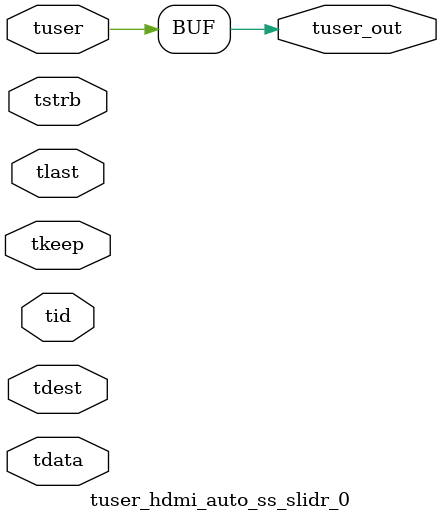
<source format=v>


`timescale 1ps/1ps

module tuser_hdmi_auto_ss_slidr_0 #
(
parameter C_S_AXIS_TUSER_WIDTH = 1,
parameter C_S_AXIS_TDATA_WIDTH = 32,
parameter C_S_AXIS_TID_WIDTH   = 0,
parameter C_S_AXIS_TDEST_WIDTH = 0,
parameter C_M_AXIS_TUSER_WIDTH = 1
)
(
input  [(C_S_AXIS_TUSER_WIDTH == 0 ? 1 : C_S_AXIS_TUSER_WIDTH)-1:0     ] tuser,
input  [(C_S_AXIS_TDATA_WIDTH == 0 ? 1 : C_S_AXIS_TDATA_WIDTH)-1:0     ] tdata,
input  [(C_S_AXIS_TID_WIDTH   == 0 ? 1 : C_S_AXIS_TID_WIDTH)-1:0       ] tid,
input  [(C_S_AXIS_TDEST_WIDTH == 0 ? 1 : C_S_AXIS_TDEST_WIDTH)-1:0     ] tdest,
input  [(C_S_AXIS_TDATA_WIDTH/8)-1:0 ] tkeep,
input  [(C_S_AXIS_TDATA_WIDTH/8)-1:0 ] tstrb,
input                                                                    tlast,
output [C_M_AXIS_TUSER_WIDTH-1:0] tuser_out
);

assign tuser_out = {tuser[0:0]};

endmodule


</source>
